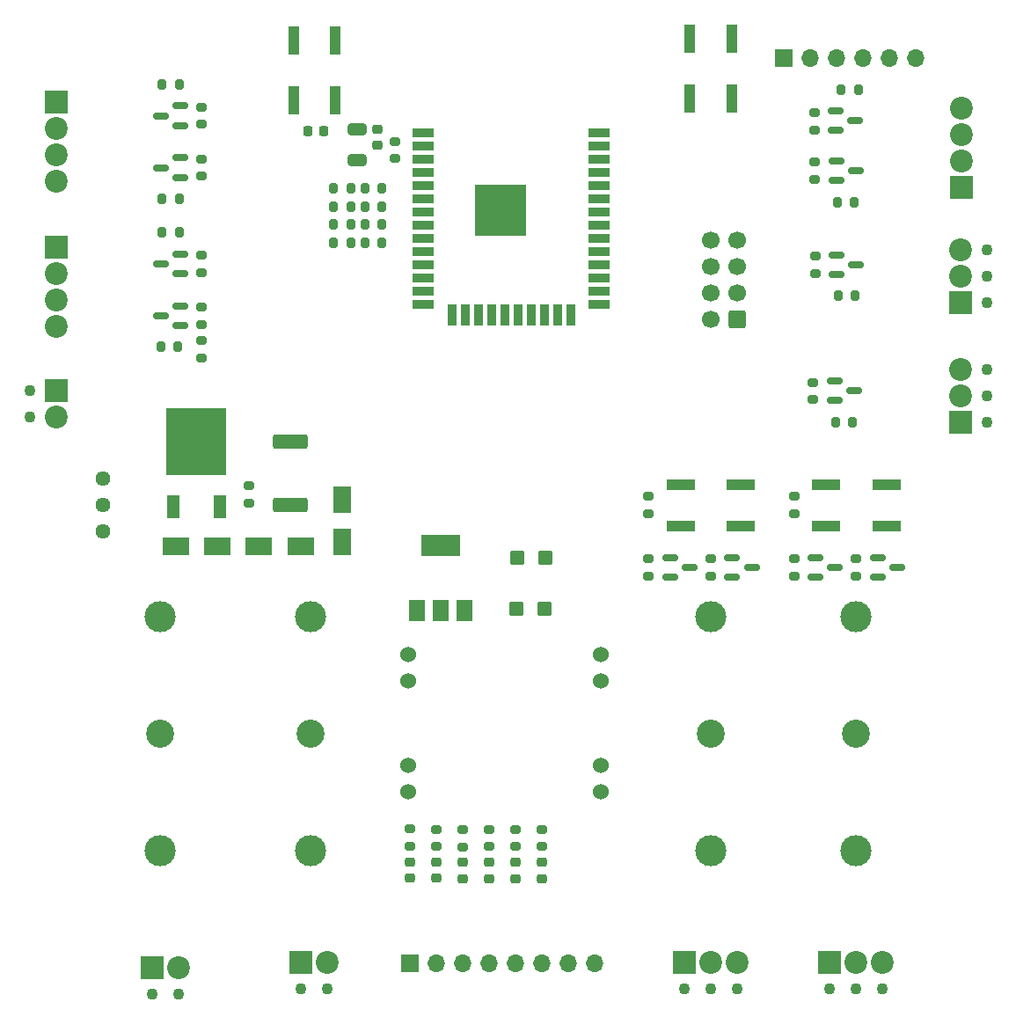
<source format=gts>
G04 #@! TF.GenerationSoftware,KiCad,Pcbnew,6.0.6-3a73a75311~116~ubuntu22.04.1*
G04 #@! TF.CreationDate,2022-06-30T16:49:10+01:00*
G04 #@! TF.ProjectId,rLab_Door,724c6162-5f44-46f6-9f72-2e6b69636164,rev?*
G04 #@! TF.SameCoordinates,Original*
G04 #@! TF.FileFunction,Soldermask,Top*
G04 #@! TF.FilePolarity,Negative*
%FSLAX46Y46*%
G04 Gerber Fmt 4.6, Leading zero omitted, Abs format (unit mm)*
G04 Created by KiCad (PCBNEW 6.0.6-3a73a75311~116~ubuntu22.04.1) date 2022-06-30 16:49:10*
%MOMM*%
%LPD*%
G01*
G04 APERTURE LIST*
G04 Aperture macros list*
%AMRoundRect*
0 Rectangle with rounded corners*
0 $1 Rounding radius*
0 $2 $3 $4 $5 $6 $7 $8 $9 X,Y pos of 4 corners*
0 Add a 4 corners polygon primitive as box body*
4,1,4,$2,$3,$4,$5,$6,$7,$8,$9,$2,$3,0*
0 Add four circle primitives for the rounded corners*
1,1,$1+$1,$2,$3*
1,1,$1+$1,$4,$5*
1,1,$1+$1,$6,$7*
1,1,$1+$1,$8,$9*
0 Add four rect primitives between the rounded corners*
20,1,$1+$1,$2,$3,$4,$5,0*
20,1,$1+$1,$4,$5,$6,$7,0*
20,1,$1+$1,$6,$7,$8,$9,0*
20,1,$1+$1,$8,$9,$2,$3,0*%
G04 Aperture macros list end*
%ADD10R,1.700000X1.700000*%
%ADD11O,1.700000X1.700000*%
%ADD12RoundRect,0.200000X-0.200000X-0.275000X0.200000X-0.275000X0.200000X0.275000X-0.200000X0.275000X0*%
%ADD13RoundRect,0.218750X-0.256250X0.218750X-0.256250X-0.218750X0.256250X-0.218750X0.256250X0.218750X0*%
%ADD14RoundRect,0.200000X0.200000X0.275000X-0.200000X0.275000X-0.200000X-0.275000X0.200000X-0.275000X0*%
%ADD15RoundRect,0.150000X-0.587500X-0.150000X0.587500X-0.150000X0.587500X0.150000X-0.587500X0.150000X0*%
%ADD16RoundRect,0.250000X-0.450000X-0.425000X0.450000X-0.425000X0.450000X0.425000X-0.450000X0.425000X0*%
%ADD17C,1.100000*%
%ADD18R,2.200000X2.200000*%
%ADD19C,2.200000*%
%ADD20RoundRect,0.200000X0.275000X-0.200000X0.275000X0.200000X-0.275000X0.200000X-0.275000X-0.200000X0*%
%ADD21RoundRect,0.249999X-1.425001X0.450001X-1.425001X-0.450001X1.425001X-0.450001X1.425001X0.450001X0*%
%ADD22RoundRect,0.150000X0.587500X0.150000X-0.587500X0.150000X-0.587500X-0.150000X0.587500X-0.150000X0*%
%ADD23R,1.800000X2.500000*%
%ADD24RoundRect,0.200000X-0.275000X0.200000X-0.275000X-0.200000X0.275000X-0.200000X0.275000X0.200000X0*%
%ADD25RoundRect,0.250000X0.650000X-0.325000X0.650000X0.325000X-0.650000X0.325000X-0.650000X-0.325000X0*%
%ADD26R,2.800000X1.000000*%
%ADD27R,1.200000X2.200000*%
%ADD28R,5.800000X6.400000*%
%ADD29C,2.700000*%
%ADD30C,3.000000*%
%ADD31R,2.500000X1.800000*%
%ADD32C,1.524000*%
%ADD33RoundRect,0.225000X0.225000X0.250000X-0.225000X0.250000X-0.225000X-0.250000X0.225000X-0.250000X0*%
%ADD34R,1.500000X2.000000*%
%ADD35R,3.800000X2.000000*%
%ADD36R,1.000000X2.800000*%
%ADD37R,2.000000X0.900000*%
%ADD38R,0.900000X2.000000*%
%ADD39R,5.000000X5.000000*%
%ADD40C,1.440000*%
%ADD41RoundRect,0.225000X0.250000X-0.225000X0.250000X0.225000X-0.250000X0.225000X-0.250000X-0.225000X0*%
%ADD42RoundRect,0.250000X0.600000X0.600000X-0.600000X0.600000X-0.600000X-0.600000X0.600000X-0.600000X0*%
%ADD43C,1.700000*%
G04 APERTURE END LIST*
D10*
G04 #@! TO.C,J11*
X171000000Y-53000000D03*
D11*
X173540000Y-53000000D03*
X176080000Y-53000000D03*
X178620000Y-53000000D03*
X181160000Y-53000000D03*
X183700000Y-53000000D03*
G04 #@! TD*
D12*
G04 #@! TO.C,R7*
X130675000Y-67254176D03*
X132325000Y-67254176D03*
G04 #@! TD*
D13*
G04 #@! TO.C,D7*
X147722911Y-130369516D03*
X147722911Y-131944516D03*
G04 #@! TD*
D14*
G04 #@! TO.C,R34*
X112825000Y-66522500D03*
X111175000Y-66522500D03*
G04 #@! TD*
D15*
G04 #@! TO.C,Q3*
X160062500Y-101050000D03*
X160062500Y-102950000D03*
X161937500Y-102000000D03*
G04 #@! TD*
D16*
G04 #@! TO.C,C2*
X145357332Y-101065037D03*
X148057332Y-101065037D03*
G04 #@! TD*
D17*
G04 #@! TO.C,J10*
X127040000Y-142540000D03*
X124500000Y-142540000D03*
D18*
X124500000Y-140000000D03*
D19*
X127040000Y-140000000D03*
G04 #@! TD*
D20*
G04 #@! TO.C,R1*
X115000000Y-81825000D03*
X115000000Y-80175000D03*
G04 #@! TD*
G04 #@! TO.C,R10*
X137574391Y-128838549D03*
X137574391Y-127188549D03*
G04 #@! TD*
D14*
G04 #@! TO.C,R14*
X129353685Y-70768152D03*
X127703685Y-70768152D03*
G04 #@! TD*
D21*
G04 #@! TO.C,R2*
X123500000Y-89900000D03*
X123500000Y-96000000D03*
G04 #@! TD*
D13*
G04 #@! TO.C,D5*
X137580631Y-130347733D03*
X137580631Y-131922733D03*
G04 #@! TD*
D14*
G04 #@! TO.C,R13*
X129335350Y-68980000D03*
X127685350Y-68980000D03*
G04 #@! TD*
D20*
G04 #@! TO.C,R8*
X135000000Y-128825000D03*
X135000000Y-127175000D03*
G04 #@! TD*
D22*
G04 #@! TO.C,Q5*
X112937500Y-73730000D03*
X112937500Y-71830000D03*
X111062500Y-72780000D03*
G04 #@! TD*
D13*
G04 #@! TO.C,D9*
X142641877Y-130355967D03*
X142641877Y-131930967D03*
G04 #@! TD*
D23*
G04 #@! TO.C,D2*
X128500000Y-99500000D03*
X128500000Y-95500000D03*
G04 #@! TD*
D22*
G04 #@! TO.C,Q9*
X112937500Y-64472500D03*
X112937500Y-62572500D03*
X111062500Y-63522500D03*
G04 #@! TD*
D12*
G04 #@! TO.C,R21*
X176237500Y-75850012D03*
X177887500Y-75850012D03*
G04 #@! TD*
D20*
G04 #@! TO.C,R28*
X115000000Y-78605000D03*
X115000000Y-76955000D03*
G04 #@! TD*
D24*
G04 #@! TO.C,R20*
X174062500Y-72025012D03*
X174062500Y-73675012D03*
G04 #@! TD*
D25*
G04 #@! TO.C,C3*
X129940000Y-62820000D03*
X129940000Y-59870000D03*
G04 #@! TD*
D15*
G04 #@! TO.C,Q11*
X176062500Y-62872256D03*
X176062500Y-64772256D03*
X177937500Y-63822256D03*
G04 #@! TD*
D20*
G04 #@! TO.C,R4*
X133620000Y-62645000D03*
X133620000Y-60995000D03*
G04 #@! TD*
D17*
G04 #@! TO.C,J8*
X98460000Y-87540000D03*
X98460000Y-85000000D03*
D18*
X101000000Y-85000000D03*
D19*
X101000000Y-87540000D03*
G04 #@! TD*
D18*
G04 #@! TO.C,J5*
X101000000Y-71185000D03*
D19*
X101000000Y-73725000D03*
X101000000Y-76265000D03*
X101000000Y-78805000D03*
G04 #@! TD*
D26*
G04 #@! TO.C,SW4*
X175100000Y-94000000D03*
X180900000Y-94000000D03*
X180900000Y-98000000D03*
X175100000Y-98000000D03*
G04 #@! TD*
D27*
G04 #@! TO.C,U2*
X112220000Y-96150000D03*
D28*
X114500000Y-89850000D03*
D27*
X116780000Y-96150000D03*
G04 #@! TD*
D15*
G04 #@! TO.C,Q1*
X176125000Y-71900012D03*
X176125000Y-73800012D03*
X178000000Y-72850012D03*
G04 #@! TD*
D20*
G04 #@! TO.C,R12*
X147722911Y-128865648D03*
X147722911Y-127215648D03*
G04 #@! TD*
G04 #@! TO.C,R16*
X140108134Y-128879198D03*
X140108134Y-127229198D03*
G04 #@! TD*
D17*
G04 #@! TO.C,J1*
X161460000Y-142540000D03*
X164000000Y-142540000D03*
X166540000Y-142540000D03*
D18*
X161460000Y-140000000D03*
D19*
X164000000Y-140000000D03*
X166540000Y-140000000D03*
G04 #@! TD*
D13*
G04 #@! TO.C,D4*
X135010631Y-130347733D03*
X135010631Y-131922733D03*
G04 #@! TD*
D12*
G04 #@! TO.C,R38*
X176175000Y-66822256D03*
X177825000Y-66822256D03*
G04 #@! TD*
G04 #@! TO.C,R23*
X176005024Y-88000000D03*
X177655024Y-88000000D03*
G04 #@! TD*
D29*
G04 #@! TO.C,F2*
X125500000Y-118000000D03*
D30*
X125500000Y-106750000D03*
X125500000Y-129250000D03*
G04 #@! TD*
D24*
G04 #@! TO.C,R24*
X164000000Y-101175000D03*
X164000000Y-102825000D03*
G04 #@! TD*
D12*
G04 #@! TO.C,R40*
X176545024Y-56000000D03*
X178195024Y-56000000D03*
G04 #@! TD*
D15*
G04 #@! TO.C,Q10*
X180062500Y-101050000D03*
X180062500Y-102950000D03*
X181937500Y-102000000D03*
G04 #@! TD*
D29*
G04 #@! TO.C,F4*
X178000000Y-118000000D03*
D30*
X178000000Y-129250000D03*
X178000000Y-106750000D03*
G04 #@! TD*
D20*
G04 #@! TO.C,R31*
X115000000Y-59347500D03*
X115000000Y-57697500D03*
G04 #@! TD*
D22*
G04 #@! TO.C,Q6*
X112937500Y-78730000D03*
X112937500Y-76830000D03*
X111062500Y-77780000D03*
G04 #@! TD*
D31*
G04 #@! TO.C,D3*
X120500000Y-100000000D03*
X124500000Y-100000000D03*
G04 #@! TD*
D13*
G04 #@! TO.C,D6*
X145202718Y-130355967D03*
X145202718Y-131930967D03*
G04 #@! TD*
D15*
G04 #@! TO.C,Q4*
X166062500Y-101050000D03*
X166062500Y-102950000D03*
X167937500Y-102000000D03*
G04 #@! TD*
D14*
G04 #@! TO.C,R6*
X129335350Y-65500000D03*
X127685350Y-65500000D03*
G04 #@! TD*
D31*
G04 #@! TO.C,D1*
X116500000Y-100000000D03*
X112500000Y-100000000D03*
G04 #@! TD*
D20*
G04 #@! TO.C,R30*
X172000000Y-102825000D03*
X172000000Y-101175000D03*
G04 #@! TD*
D14*
G04 #@! TO.C,R27*
X112825000Y-69780000D03*
X111175000Y-69780000D03*
G04 #@! TD*
D18*
G04 #@! TO.C,J7*
X188107476Y-65427740D03*
D19*
X188107476Y-62887740D03*
X188107476Y-60347740D03*
X188107476Y-57807740D03*
G04 #@! TD*
D24*
G04 #@! TO.C,R37*
X174000000Y-62997256D03*
X174000000Y-64647256D03*
G04 #@! TD*
D17*
G04 #@! TO.C,J2*
X180540000Y-142540000D03*
X178000000Y-142540000D03*
X175460000Y-142540000D03*
D18*
X175460000Y-140000000D03*
D19*
X178000000Y-140000000D03*
X180540000Y-140000000D03*
G04 #@! TD*
D32*
G04 #@! TO.C,U1*
X134856000Y-112936000D03*
X134856000Y-110396000D03*
X134856000Y-121064000D03*
X134856000Y-123604000D03*
X153398000Y-112936000D03*
X153398000Y-110396000D03*
X153398000Y-123604000D03*
X153398000Y-121064000D03*
G04 #@! TD*
D24*
G04 #@! TO.C,R36*
X172000000Y-95175000D03*
X172000000Y-96825000D03*
G04 #@! TD*
D20*
G04 #@! TO.C,R18*
X142628327Y-128852099D03*
X142628327Y-127202099D03*
G04 #@! TD*
D15*
G04 #@! TO.C,Q7*
X174062500Y-101050000D03*
X174062500Y-102950000D03*
X175937500Y-102000000D03*
G04 #@! TD*
D33*
G04 #@! TO.C,C5*
X126775000Y-60000000D03*
X125225000Y-60000000D03*
G04 #@! TD*
D20*
G04 #@! TO.C,R3*
X119500000Y-95775000D03*
X119500000Y-94125000D03*
G04 #@! TD*
D24*
G04 #@! TO.C,R35*
X178000000Y-101175000D03*
X178000000Y-102825000D03*
G04 #@! TD*
D13*
G04 #@! TO.C,D8*
X140121683Y-130384250D03*
X140121683Y-131959250D03*
G04 #@! TD*
D24*
G04 #@! TO.C,R39*
X174000000Y-58225000D03*
X174000000Y-59875000D03*
G04 #@! TD*
D34*
G04 #@! TO.C,U3*
X135700000Y-106150000D03*
X138000000Y-106150000D03*
D35*
X138000000Y-99850000D03*
D34*
X140300000Y-106150000D03*
G04 #@! TD*
D36*
G04 #@! TO.C,SW2*
X162000000Y-51100000D03*
X162000000Y-56900000D03*
X166000000Y-56900000D03*
X166000000Y-51100000D03*
G04 #@! TD*
D15*
G04 #@! TO.C,Q2*
X175892524Y-84050000D03*
X175892524Y-85950000D03*
X177767524Y-85000000D03*
G04 #@! TD*
D17*
G04 #@! TO.C,J4*
X190540000Y-82920000D03*
X190540000Y-85460000D03*
X190540000Y-88000000D03*
D18*
X188000000Y-88000000D03*
D19*
X188000000Y-85460000D03*
X188000000Y-82920000D03*
G04 #@! TD*
D22*
G04 #@! TO.C,Q8*
X112937500Y-59472500D03*
X112937500Y-57572500D03*
X111062500Y-58522500D03*
G04 #@! TD*
D15*
G04 #@! TO.C,Q12*
X176000000Y-58050000D03*
X176000000Y-59950000D03*
X177875000Y-59000000D03*
G04 #@! TD*
D20*
G04 #@! TO.C,R33*
X115000000Y-64347500D03*
X115000000Y-62697500D03*
G04 #@! TD*
D29*
G04 #@! TO.C,F1*
X111000000Y-118000000D03*
D30*
X111000000Y-106750000D03*
X111000000Y-129250000D03*
G04 #@! TD*
D18*
G04 #@! TO.C,J6*
X101000000Y-57185000D03*
D19*
X101000000Y-59725000D03*
X101000000Y-62265000D03*
X101000000Y-64805000D03*
G04 #@! TD*
D12*
G04 #@! TO.C,R9*
X130685350Y-65500000D03*
X132335350Y-65500000D03*
G04 #@! TD*
D26*
G04 #@! TO.C,SW3*
X166900000Y-94000000D03*
X161100000Y-94000000D03*
X166900000Y-98000000D03*
X161100000Y-98000000D03*
G04 #@! TD*
D12*
G04 #@! TO.C,R29*
X111060989Y-80726816D03*
X112710989Y-80726816D03*
G04 #@! TD*
D14*
G04 #@! TO.C,R5*
X129325000Y-67254176D03*
X127675000Y-67254176D03*
G04 #@! TD*
D17*
G04 #@! TO.C,J9*
X112770000Y-143040000D03*
X110230000Y-143040000D03*
D18*
X110230000Y-140500000D03*
D19*
X112770000Y-140500000D03*
G04 #@! TD*
D14*
G04 #@! TO.C,R32*
X112825000Y-55522500D03*
X111175000Y-55522500D03*
G04 #@! TD*
D37*
G04 #@! TO.C,U4*
X136280000Y-60155000D03*
X136280000Y-61425000D03*
X136280000Y-62695000D03*
X136280000Y-63965000D03*
X136280000Y-65235000D03*
X136280000Y-66505000D03*
X136280000Y-67775000D03*
X136280000Y-69045000D03*
X136280000Y-70315000D03*
X136280000Y-71585000D03*
X136280000Y-72855000D03*
X136280000Y-74125000D03*
X136280000Y-75395000D03*
X136280000Y-76665000D03*
D38*
X139065000Y-77665000D03*
X140335000Y-77665000D03*
X141605000Y-77665000D03*
X142875000Y-77665000D03*
X144145000Y-77665000D03*
X145415000Y-77665000D03*
X146685000Y-77665000D03*
X147955000Y-77665000D03*
X149225000Y-77665000D03*
X150495000Y-77665000D03*
D37*
X153280000Y-76665000D03*
X153280000Y-75395000D03*
X153280000Y-74125000D03*
X153280000Y-72855000D03*
X153280000Y-71585000D03*
X153280000Y-70315000D03*
X153280000Y-69045000D03*
X153280000Y-67775000D03*
X153280000Y-66505000D03*
X153280000Y-65235000D03*
X153280000Y-63965000D03*
X153280000Y-62695000D03*
X153280000Y-61425000D03*
X153280000Y-60155000D03*
D39*
X143780000Y-67655000D03*
G04 #@! TD*
D24*
G04 #@! TO.C,R25*
X158000000Y-95175000D03*
X158000000Y-96825000D03*
G04 #@! TD*
D14*
G04 #@! TO.C,R17*
X132353685Y-70768152D03*
X130703685Y-70768152D03*
G04 #@! TD*
D40*
G04 #@! TO.C,RV1*
X105500000Y-98550000D03*
X105500000Y-96010000D03*
X105500000Y-93470000D03*
G04 #@! TD*
D24*
G04 #@! TO.C,R22*
X173830024Y-84175000D03*
X173830024Y-85825000D03*
G04 #@! TD*
D20*
G04 #@! TO.C,R19*
X158000000Y-102825000D03*
X158000000Y-101175000D03*
G04 #@! TD*
D17*
G04 #@! TO.C,J3*
X190540000Y-76540000D03*
X190540000Y-74000000D03*
X190540000Y-71460000D03*
D18*
X188000000Y-76540000D03*
D19*
X188000000Y-74000000D03*
X188000000Y-71460000D03*
G04 #@! TD*
D12*
G04 #@! TO.C,R15*
X130685350Y-69000000D03*
X132335350Y-69000000D03*
G04 #@! TD*
D20*
G04 #@! TO.C,R26*
X115000000Y-73605000D03*
X115000000Y-71955000D03*
G04 #@! TD*
D36*
G04 #@! TO.C,SW1*
X123835000Y-57080000D03*
X123835000Y-51280000D03*
X127835000Y-57080000D03*
X127835000Y-51280000D03*
G04 #@! TD*
D10*
G04 #@! TO.C,J13*
X135031669Y-140137882D03*
D11*
X137571669Y-140137882D03*
X140111669Y-140137882D03*
X142651669Y-140137882D03*
X145191669Y-140137882D03*
X147731669Y-140137882D03*
X150271669Y-140137882D03*
X152811669Y-140137882D03*
G04 #@! TD*
D20*
G04 #@! TO.C,R11*
X145202718Y-128852099D03*
X145202718Y-127202099D03*
G04 #@! TD*
D29*
G04 #@! TO.C,F3*
X164000000Y-118000000D03*
D30*
X164000000Y-129250000D03*
X164000000Y-106750000D03*
G04 #@! TD*
D41*
G04 #@! TO.C,C4*
X131940000Y-61395000D03*
X131940000Y-59845000D03*
G04 #@! TD*
D16*
G04 #@! TO.C,C1*
X145300000Y-106000000D03*
X148000000Y-106000000D03*
G04 #@! TD*
D42*
G04 #@! TO.C,J12*
X166540000Y-78120000D03*
D43*
X164000000Y-78120000D03*
X166540000Y-75580000D03*
X164000000Y-75580000D03*
X166540000Y-73040000D03*
X164000000Y-73040000D03*
X166540000Y-70500000D03*
X164000000Y-70500000D03*
G04 #@! TD*
M02*

</source>
